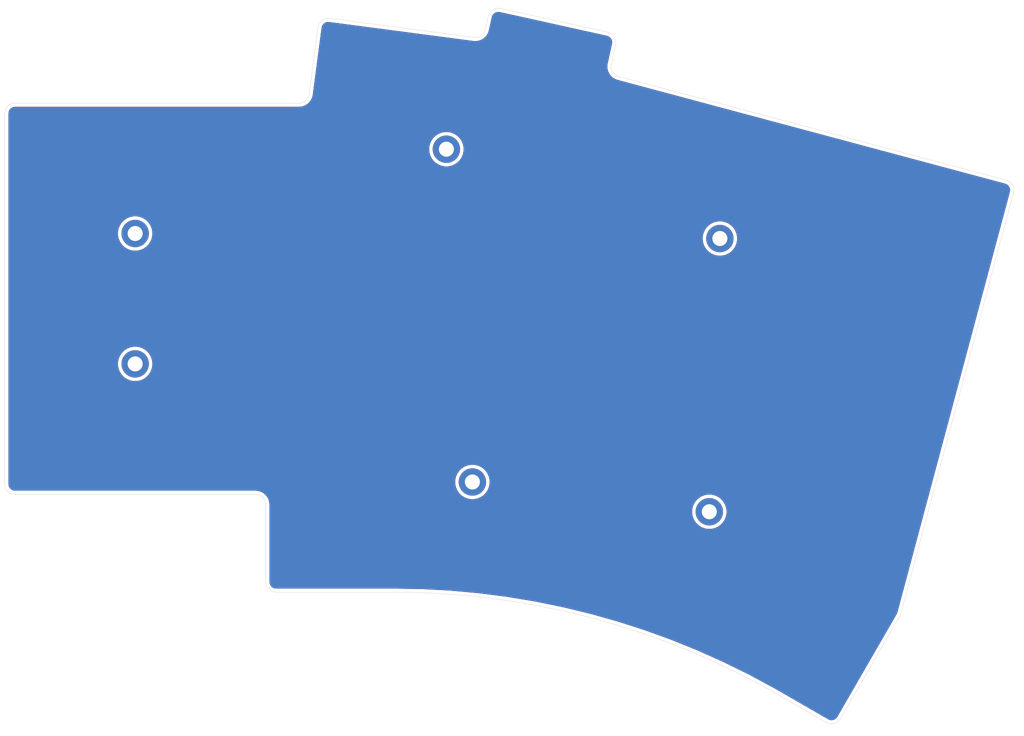
<source format=kicad_pcb>
(kicad_pcb (version 20171130) (host pcbnew "(5.1.2)-1")

  (general
    (thickness 1.6)
    (drawings 28)
    (tracks 0)
    (zones 0)
    (modules 6)
    (nets 1)
  )

  (page A4)
  (layers
    (0 F.Cu signal)
    (31 B.Cu signal)
    (32 B.Adhes user)
    (33 F.Adhes user)
    (34 B.Paste user)
    (35 F.Paste user)
    (36 B.SilkS user)
    (37 F.SilkS user)
    (38 B.Mask user)
    (39 F.Mask user)
    (40 Dwgs.User user)
    (41 Cmts.User user)
    (42 Eco1.User user)
    (43 Eco2.User user)
    (44 Edge.Cuts user)
    (45 Margin user)
    (46 B.CrtYd user)
    (47 F.CrtYd user)
    (48 B.Fab user)
    (49 F.Fab user)
  )

  (setup
    (last_trace_width 0.25)
    (trace_clearance 0.2)
    (zone_clearance 0.508)
    (zone_45_only no)
    (trace_min 0.2)
    (via_size 0.8)
    (via_drill 0.4)
    (via_min_size 0.4)
    (via_min_drill 0.3)
    (uvia_size 0.3)
    (uvia_drill 0.1)
    (uvias_allowed no)
    (uvia_min_size 0.2)
    (uvia_min_drill 0.1)
    (edge_width 0.05)
    (segment_width 0.2)
    (pcb_text_width 0.3)
    (pcb_text_size 1.5 1.5)
    (mod_edge_width 0.12)
    (mod_text_size 1 1)
    (mod_text_width 0.15)
    (pad_size 1.524 1.524)
    (pad_drill 0.762)
    (pad_to_mask_clearance 0.051)
    (solder_mask_min_width 0.25)
    (aux_axis_origin 0 0)
    (grid_origin 87.007045 68.050545)
    (visible_elements 7FFFFF7F)
    (pcbplotparams
      (layerselection 0x010f0_ffffffff)
      (usegerberextensions false)
      (usegerberattributes false)
      (usegerberadvancedattributes false)
      (creategerberjobfile false)
      (excludeedgelayer true)
      (linewidth 0.100000)
      (plotframeref false)
      (viasonmask false)
      (mode 1)
      (useauxorigin false)
      (hpglpennumber 1)
      (hpglpenspeed 20)
      (hpglpendiameter 15.000000)
      (psnegative false)
      (psa4output false)
      (plotreference true)
      (plotvalue true)
      (plotinvisibletext false)
      (padsonsilk false)
      (subtractmaskfromsilk false)
      (outputformat 1)
      (mirror false)
      (drillshape 0)
      (scaleselection 1)
      (outputdirectory ""))
  )

  (net 0 "")

  (net_class Default "これはデフォルトのネット クラスです。"
    (clearance 0.2)
    (trace_width 0.25)
    (via_dia 0.8)
    (via_drill 0.4)
    (uvia_dia 0.3)
    (uvia_drill 0.1)
  )

  (net_class GND ""
    (clearance 0.2)
    (trace_width 0.5)
    (via_dia 0.8)
    (via_drill 0.4)
    (uvia_dia 0.3)
    (uvia_drill 0.1)
  )

  (net_class VCC ""
    (clearance 0.2)
    (trace_width 0.5)
    (via_dia 0.8)
    (via_drill 0.4)
    (uvia_dia 0.3)
    (uvia_drill 0.1)
  )

  (module adelie:m2_mounting_hole (layer F.Cu) (tedit 5D0343C3) (tstamp 5D02149F)
    (at 188.369645 126.245861)
    (fp_text reference REF** (at 0 -3.2) (layer F.SilkS) hide
      (effects (font (size 1 1) (thickness 0.15)))
    )
    (fp_text value m2_mounting_hole (at 0 3.2) (layer F.Fab) hide
      (effects (font (size 1 1) (thickness 0.15)))
    )
    (fp_text user %R (at 0.3 0) (layer F.Fab) hide
      (effects (font (size 1 1) (thickness 0.15)))
    )
    (pad 1 thru_hole circle (at 0 0) (size 4 4) (drill 2.2) (layers *.Cu *.Mask))
  )

  (module adelie:m2_mounting_hole (layer F.Cu) (tedit 5D0343C3) (tstamp 5D02149F)
    (at 153.781151 121.898017)
    (fp_text reference REF** (at 0 -3.2) (layer F.SilkS) hide
      (effects (font (size 1 1) (thickness 0.15)))
    )
    (fp_text value m2_mounting_hole (at 0 3.2) (layer F.Fab) hide
      (effects (font (size 1 1) (thickness 0.15)))
    )
    (fp_text user %R (at 0.3 0) (layer F.Fab) hide
      (effects (font (size 1 1) (thickness 0.15)))
    )
    (pad 1 thru_hole circle (at 0 0) (size 4 4) (drill 2.2) (layers *.Cu *.Mask))
  )

  (module adelie:m2_mounting_hole (layer F.Cu) (tedit 5D0343C3) (tstamp 5D02149F)
    (at 189.91374 86.32952)
    (fp_text reference REF** (at 0 -3.2) (layer F.SilkS) hide
      (effects (font (size 1 1) (thickness 0.15)))
    )
    (fp_text value m2_mounting_hole (at 0 3.2) (layer F.Fab) hide
      (effects (font (size 1 1) (thickness 0.15)))
    )
    (fp_text user %R (at 0.3 0) (layer F.Fab) hide
      (effects (font (size 1 1) (thickness 0.15)))
    )
    (pad 1 thru_hole circle (at 0 0) (size 4 4) (drill 2.2) (layers *.Cu *.Mask))
  )

  (module adelie:m2_mounting_hole (layer F.Cu) (tedit 5D0343C3) (tstamp 5D0213CE)
    (at 149.98314 73.27974)
    (fp_text reference REF** (at 0 -3.2) (layer F.SilkS) hide
      (effects (font (size 1 1) (thickness 0.15)))
    )
    (fp_text value m2_mounting_hole (at 0 3.2) (layer F.Fab) hide
      (effects (font (size 1 1) (thickness 0.15)))
    )
    (fp_text user %R (at 0.3 0) (layer F.Fab) hide
      (effects (font (size 1 1) (thickness 0.15)))
    )
    (pad 1 thru_hole circle (at 0 0) (size 4 4) (drill 2.2) (layers *.Cu *.Mask))
  )

  (module adelie:m2_mounting_hole (layer F.Cu) (tedit 5D0343C3) (tstamp 5D0213CD)
    (at 104.54434 85.59292)
    (fp_text reference e (at 0 -3.2) (layer F.SilkS) hide
      (effects (font (size 1 1) (thickness 0.15)))
    )
    (fp_text value m2_mounting_hole (at 0 3.2) (layer F.Fab) hide
      (effects (font (size 1 1) (thickness 0.15)))
    )
    (fp_text user %R (at 0.3 0) (layer F.Fab) hide
      (effects (font (size 1 1) (thickness 0.15)))
    )
    (pad 1 thru_hole circle (at 0 0) (size 4 4) (drill 2.2) (layers *.Cu *.Mask))
  )

  (module adelie:m2_mounting_hole (layer F.Cu) (tedit 5D0343C3) (tstamp 5D0213CE)
    (at 104.54434 104.64292)
    (fp_text reference REF** (at 0 -3.2) (layer F.SilkS) hide
      (effects (font (size 1 1) (thickness 0.15)))
    )
    (fp_text value m2_mounting_hole (at 0 3.2) (layer F.Fab) hide
      (effects (font (size 1 1) (thickness 0.15)))
    )
    (fp_text user %R (at 0.3 0) (layer F.Fab) hide
      (effects (font (size 1 1) (thickness 0.15)))
    )
    (pad 1 thru_hole circle (at 0 0) (size 4 4) (drill 2.2) (layers *.Cu *.Mask))
  )

  (gr_line (start 205.46604 157.03554) (end 198.61704 153.080736) (layer Edge.Cuts) (width 0.05) (tstamp 5CFF5BE6))
  (gr_line (start 123.61504 125.20054) (end 123.61504 136.50054) (layer Edge.Cuts) (width 0.05) (tstamp 5CFF596C))
  (gr_line (start 87.00708 123.70054) (end 122.11504 123.70054) (layer Edge.Cuts) (width 0.05) (tstamp 5CFF5966))
  (gr_line (start 85.50704 68.050545) (end 85.50704 122.2005) (layer Edge.Cuts) (width 0.05) (tstamp 5CFF5960))
  (gr_line (start 128.458763 66.550582) (end 87.007045 66.55054) (layer Edge.Cuts) (width 0.05) (tstamp 5CFF5957))
  (gr_line (start 131.23504 55.457517) (end 129.94604 65.24554) (layer Edge.Cuts) (width 0.05) (tstamp 5CFF5950))
  (gr_line (start 154.005671 56.941862) (end 132.918167 54.16554) (layer Edge.Cuts) (width 0.05) (tstamp 5CFF594B))
  (gr_line (start 156.09204 53.857169) (end 155.66604 55.779211) (layer Edge.Cuts) (width 0.05) (tstamp 5CFF5945))
  (gr_line (start 173.549943 56.19054) (end 157.881178 52.71754) (layer Edge.Cuts) (width 0.05) (tstamp 5CFF593E))
  (gr_line (start 174.04904 60.872406) (end 174.69004 57.979338) (layer Edge.Cuts) (width 0.05) (tstamp 5CFF5938))
  (gr_line (start 231.710481 77.80054) (end 175.125189 62.64554) (layer Edge.Cuts) (width 0.05) (tstamp 5CFF5933))
  (gr_line (start 216.341305 141.096655) (end 232.771305 79.637491) (layer Edge.Cuts) (width 0.05) (tstamp 5CFF592D))
  (gr_line (start 207.516122 156.487395) (end 216.191014 141.459121) (layer Edge.Cuts) (width 0.05) (tstamp 5CFF5927))
  (gr_arc (start 214.892015 140.708122) (end 216.191014 141.459121) (angle -15.02653157) (layer Edge.Cuts) (width 0.05))
  (gr_arc (start 206.217039 155.736541) (end 205.46604 157.03554) (angle -90.00640669) (layer Edge.Cuts) (width 0.05))
  (gr_arc (start 122.11504 125.20054) (end 123.61504 125.20054) (angle -90) (layer Edge.Cuts) (width 0.05))
  (gr_arc (start 125.11508 136.50054) (end 123.61504 136.50054) (angle -90) (layer Edge.Cuts) (width 0.05) (tstamp 5CFF53D6))
  (gr_arc (start 87.00708 122.2005) (end 85.50704 122.2005) (angle -90) (layer Edge.Cuts) (width 0.05))
  (gr_arc (start 87.007045 68.050545) (end 87.007045 66.55054) (angle -90) (layer Edge.Cuts) (width 0.05))
  (gr_arc (start 128.458763 65.050582) (end 128.458763 66.550582) (angle -82.53203615) (layer Edge.Cuts) (width 0.05))
  (gr_arc (start 132.722168 55.652539) (end 132.918167 54.16554) (angle -90.03766044) (layer Edge.Cuts) (width 0.05))
  (gr_arc (start 154.20167 55.454863) (end 154.005671 56.941862) (angle -85.01976803) (layer Edge.Cuts) (width 0.05))
  (gr_arc (start 157.556179 54.181539) (end 157.881178 52.71754) (angle -90.02462629) (layer Edge.Cuts) (width 0.05))
  (gr_arc (start 175.514039 61.196405) (end 174.04904 60.872406) (angle -87.45028693) (layer Edge.Cuts) (width 0.05))
  (gr_arc (start 173.225041 57.655339) (end 174.69004 57.979338) (angle -89.96469345) (layer Edge.Cuts) (width 0.05))
  (gr_arc (start 231.322306 79.249492) (end 232.771305 79.637491) (angle -89.99303096) (layer Edge.Cuts) (width 0.05))
  (gr_line (start 142.353041 138.00054) (end 125.118588 138.0001) (layer Edge.Cuts) (width 0.05) (tstamp 5CFF3D56))
  (gr_arc (start 142.353041 250.500735) (end 198.61704 153.080736) (angle -30.00817587) (layer Edge.Cuts) (width 0.05))

  (zone (net 0) (net_name "") (layer F.Cu) (tstamp 0) (hatch edge 0.508)
    (connect_pads (clearance 0.508))
    (min_thickness 0.254)
    (fill yes (arc_segments 32) (thermal_gap 0.508) (thermal_bridge_width 0.508))
    (polygon
      (pts
        (xy 207.230045 158.993545) (xy 217.450045 141.838545) (xy 234.335045 77.236545) (xy 175.413045 61.620545) (xy 175.352045 55.424545)
        (xy 156.823045 51.479545) (xy 154.656045 55.752545) (xy 130.877045 53.135545) (xy 127.955045 64.761545) (xy 84.918045 65.969545)
        (xy 84.811045 124.127545) (xy 121.967045 125.038545) (xy 122.718045 138.891545) (xy 148.761045 139.801545) (xy 174.715045 144.940545)
        (xy 192.264045 151.774545)
      )
    )
    (filled_polygon
      (pts
        (xy 157.761655 53.367065) (xy 173.37555 56.827903) (xy 173.56165 56.888752) (xy 173.704132 56.968729) (xy 173.828373 57.074864)
        (xy 173.929631 57.203108) (xy 174.004052 57.348578) (xy 174.048798 57.505725) (xy 174.06217 57.66858) (xy 174.040197 57.861251)
        (xy 173.397655 60.761288) (xy 173.394528 60.787245) (xy 173.362649 61.015652) (xy 173.360453 61.069265) (xy 173.356504 61.122775)
        (xy 173.35679 61.131985) (xy 173.367926 61.424601) (xy 173.376024 61.483869) (xy 173.383292 61.543245) (xy 173.385362 61.552225)
        (xy 173.453122 61.837104) (xy 173.472581 61.893684) (xy 173.49124 61.950504) (xy 173.495015 61.958911) (xy 173.616818 62.225203)
        (xy 173.646872 62.276882) (xy 173.676237 62.329041) (xy 173.681573 62.336554) (xy 173.85278 62.574116) (xy 173.892314 62.618991)
        (xy 173.931233 62.664432) (xy 173.937927 62.670766) (xy 174.152015 62.87055) (xy 174.199511 62.90689) (xy 174.24652 62.94391)
        (xy 174.254317 62.948823) (xy 174.503132 63.103218) (xy 174.55677 63.129635) (xy 174.610084 63.156824) (xy 174.618686 63.160129)
        (xy 174.83193 63.24037) (xy 174.831935 63.240373) (xy 174.858222 63.250263) (xy 174.892751 63.263256) (xy 174.892766 63.26326)
        (xy 174.923127 63.274683) (xy 231.508525 78.429711) (xy 231.691759 78.498575) (xy 231.830578 78.584638) (xy 231.950036 78.696024)
        (xy 232.045584 78.828492) (xy 232.113581 78.976993) (xy 232.15144 79.135878) (xy 232.157718 79.299086) (xy 232.12739 79.490623)
        (xy 215.712096 140.894781) (xy 215.635718 141.097904) (xy 215.614019 141.138508) (xy 206.960753 156.129319) (xy 206.846771 156.288366)
        (xy 206.7276 156.400168) (xy 206.588973 156.4867) (xy 206.436188 156.544654) (xy 206.275047 156.57183) (xy 206.111699 156.567189)
        (xy 205.952367 156.53091) (xy 205.775192 156.451925) (xy 198.918998 152.492968) (xy 198.917431 152.492258) (xy 197.906853 151.915738)
        (xy 197.904675 151.914548) (xy 197.893214 151.908169) (xy 194.26461 149.950281) (xy 194.26155 149.948702) (xy 194.258511 149.947031)
        (xy 194.243116 149.939187) (xy 190.545205 148.115579) (xy 190.542078 148.114108) (xy 190.538991 148.112555) (xy 190.523318 148.10528)
        (xy 186.761067 146.418402) (xy 186.757905 146.417053) (xy 186.754746 146.415607) (xy 186.73891 146.408951) (xy 186.738817 146.408911)
        (xy 186.738789 146.4089) (xy 182.917279 144.86103) (xy 182.914085 144.859804) (xy 182.91086 144.858468) (xy 182.894697 144.852361)
        (xy 179.019006 143.445554) (xy 179.015748 143.444439) (xy 179.012498 143.44323) (xy 178.996122 143.437719) (xy 175.071482 142.173876)
        (xy 175.068177 142.172878) (xy 175.064893 142.171792) (xy 175.0485 142.166936) (xy 175.048326 142.166884) (xy 175.048275 142.166871)
        (xy 171.08001 141.047704) (xy 171.076696 141.046835) (xy 171.073349 141.045862) (xy 171.056743 141.041599) (xy 171.056612 141.041565)
        (xy 171.056573 141.041556) (xy 167.049952 140.06855) (xy 167.04655 140.067789) (xy 167.043227 140.066955) (xy 167.026527 140.063314)
        (xy 167.026345 140.063273) (xy 167.026292 140.063263) (xy 162.98672 139.237731) (xy 162.983346 139.237106) (xy 162.979942 139.236382)
        (xy 162.963085 139.23335) (xy 162.962936 139.233322) (xy 162.962892 139.233315) (xy 158.895773 138.556362) (xy 158.892357 138.555858)
        (xy 158.88895 138.555263) (xy 158.871844 138.552828) (xy 154.782606 138.025357) (xy 154.779162 138.024977) (xy 154.775747 138.024509)
        (xy 154.758751 138.022723) (xy 154.758563 138.022702) (xy 154.758509 138.022698) (xy 150.652743 137.645431) (xy 150.649323 137.64518)
        (xy 150.645858 137.644834) (xy 150.628619 137.643659) (xy 146.511732 137.417093) (xy 146.508293 137.416967) (xy 146.504829 137.416749)
        (xy 146.487559 137.416207) (xy 142.391497 137.341134) (xy 142.385476 137.340541) (xy 125.142478 137.340101) (xy 124.952531 137.321477)
        (xy 124.796171 137.274269) (xy 124.65196 137.19759) (xy 124.525388 137.094361) (xy 124.421277 136.968512) (xy 124.343596 136.824844)
        (xy 124.295299 136.668821) (xy 124.27504 136.476067) (xy 124.27504 125.986336) (xy 185.734645 125.986336) (xy 185.734645 126.505386)
        (xy 185.835906 127.014462) (xy 186.034538 127.494002) (xy 186.322907 127.925576) (xy 186.68993 128.292599) (xy 187.121504 128.580968)
        (xy 187.601044 128.7796) (xy 188.11012 128.880861) (xy 188.62917 128.880861) (xy 189.138246 128.7796) (xy 189.617786 128.580968)
        (xy 190.04936 128.292599) (xy 190.416383 127.925576) (xy 190.704752 127.494002) (xy 190.903384 127.014462) (xy 191.004645 126.505386)
        (xy 191.004645 125.986336) (xy 190.903384 125.47726) (xy 190.704752 124.99772) (xy 190.416383 124.566146) (xy 190.04936 124.199123)
        (xy 189.617786 123.910754) (xy 189.138246 123.712122) (xy 188.62917 123.610861) (xy 188.11012 123.610861) (xy 187.601044 123.712122)
        (xy 187.121504 123.910754) (xy 186.68993 124.199123) (xy 186.322907 124.566146) (xy 186.034538 124.99772) (xy 185.835906 125.47726)
        (xy 185.734645 125.986336) (xy 124.27504 125.986336) (xy 124.27504 125.168121) (xy 124.272222 125.139512) (xy 124.272287 125.130252)
        (xy 124.271388 125.121081) (xy 124.240788 124.829935) (xy 124.22875 124.771293) (xy 124.21755 124.712577) (xy 124.214887 124.703756)
        (xy 124.128319 124.4241) (xy 124.105141 124.368962) (xy 124.082729 124.31349) (xy 124.078402 124.305354) (xy 123.939163 124.047838)
        (xy 123.905741 123.998289) (xy 123.87296 123.948193) (xy 123.867135 123.941052) (xy 123.68053 123.715485) (xy 123.638094 123.673344)
        (xy 123.596231 123.630595) (xy 123.589131 123.624721) (xy 123.362267 123.439695) (xy 123.312448 123.406595) (xy 123.263085 123.372796)
        (xy 123.254979 123.368413) (xy 122.996498 123.230976) (xy 122.941204 123.208185) (xy 122.886211 123.184615) (xy 122.877408 123.18189)
        (xy 122.597154 123.097276) (xy 122.538469 123.085656) (xy 122.479961 123.07322) (xy 122.470798 123.072257) (xy 122.470796 123.072257)
        (xy 122.179444 123.04369) (xy 122.179442 123.04369) (xy 122.147459 123.04054) (xy 87.039359 123.04054) (xy 86.844531 123.021437)
        (xy 86.688171 122.974229) (xy 86.54396 122.89755) (xy 86.417388 122.794321) (xy 86.313277 122.668472) (xy 86.235596 122.524804)
        (xy 86.187299 122.368781) (xy 86.16704 122.176027) (xy 86.16704 121.638492) (xy 151.146151 121.638492) (xy 151.146151 122.157542)
        (xy 151.247412 122.666618) (xy 151.446044 123.146158) (xy 151.734413 123.577732) (xy 152.101436 123.944755) (xy 152.53301 124.233124)
        (xy 153.01255 124.431756) (xy 153.521626 124.533017) (xy 154.040676 124.533017) (xy 154.549752 124.431756) (xy 155.029292 124.233124)
        (xy 155.460866 123.944755) (xy 155.827889 123.577732) (xy 156.116258 123.146158) (xy 156.31489 122.666618) (xy 156.416151 122.157542)
        (xy 156.416151 121.638492) (xy 156.31489 121.129416) (xy 156.116258 120.649876) (xy 155.827889 120.218302) (xy 155.460866 119.851279)
        (xy 155.029292 119.56291) (xy 154.549752 119.364278) (xy 154.040676 119.263017) (xy 153.521626 119.263017) (xy 153.01255 119.364278)
        (xy 152.53301 119.56291) (xy 152.101436 119.851279) (xy 151.734413 120.218302) (xy 151.446044 120.649876) (xy 151.247412 121.129416)
        (xy 151.146151 121.638492) (xy 86.16704 121.638492) (xy 86.16704 104.383395) (xy 101.90934 104.383395) (xy 101.90934 104.902445)
        (xy 102.010601 105.411521) (xy 102.209233 105.891061) (xy 102.497602 106.322635) (xy 102.864625 106.689658) (xy 103.296199 106.978027)
        (xy 103.775739 107.176659) (xy 104.284815 107.27792) (xy 104.803865 107.27792) (xy 105.312941 107.176659) (xy 105.792481 106.978027)
        (xy 106.224055 106.689658) (xy 106.591078 106.322635) (xy 106.879447 105.891061) (xy 107.078079 105.411521) (xy 107.17934 104.902445)
        (xy 107.17934 104.383395) (xy 107.078079 103.874319) (xy 106.879447 103.394779) (xy 106.591078 102.963205) (xy 106.224055 102.596182)
        (xy 105.792481 102.307813) (xy 105.312941 102.109181) (xy 104.803865 102.00792) (xy 104.284815 102.00792) (xy 103.775739 102.109181)
        (xy 103.296199 102.307813) (xy 102.864625 102.596182) (xy 102.497602 102.963205) (xy 102.209233 103.394779) (xy 102.010601 103.874319)
        (xy 101.90934 104.383395) (xy 86.16704 104.383395) (xy 86.16704 85.333395) (xy 101.90934 85.333395) (xy 101.90934 85.852445)
        (xy 102.010601 86.361521) (xy 102.209233 86.841061) (xy 102.497602 87.272635) (xy 102.864625 87.639658) (xy 103.296199 87.928027)
        (xy 103.775739 88.126659) (xy 104.284815 88.22792) (xy 104.803865 88.22792) (xy 105.312941 88.126659) (xy 105.792481 87.928027)
        (xy 106.224055 87.639658) (xy 106.591078 87.272635) (xy 106.879447 86.841061) (xy 107.078079 86.361521) (xy 107.136066 86.069995)
        (xy 187.27874 86.069995) (xy 187.27874 86.589045) (xy 187.380001 87.098121) (xy 187.578633 87.577661) (xy 187.867002 88.009235)
        (xy 188.234025 88.376258) (xy 188.665599 88.664627) (xy 189.145139 88.863259) (xy 189.654215 88.96452) (xy 190.173265 88.96452)
        (xy 190.682341 88.863259) (xy 191.161881 88.664627) (xy 191.593455 88.376258) (xy 191.960478 88.009235) (xy 192.248847 87.577661)
        (xy 192.447479 87.098121) (xy 192.54874 86.589045) (xy 192.54874 86.069995) (xy 192.447479 85.560919) (xy 192.248847 85.081379)
        (xy 191.960478 84.649805) (xy 191.593455 84.282782) (xy 191.161881 83.994413) (xy 190.682341 83.795781) (xy 190.173265 83.69452)
        (xy 189.654215 83.69452) (xy 189.145139 83.795781) (xy 188.665599 83.994413) (xy 188.234025 84.282782) (xy 187.867002 84.649805)
        (xy 187.578633 85.081379) (xy 187.380001 85.560919) (xy 187.27874 86.069995) (xy 107.136066 86.069995) (xy 107.17934 85.852445)
        (xy 107.17934 85.333395) (xy 107.078079 84.824319) (xy 106.879447 84.344779) (xy 106.591078 83.913205) (xy 106.224055 83.546182)
        (xy 105.792481 83.257813) (xy 105.312941 83.059181) (xy 104.803865 82.95792) (xy 104.284815 82.95792) (xy 103.775739 83.059181)
        (xy 103.296199 83.257813) (xy 102.864625 83.546182) (xy 102.497602 83.913205) (xy 102.209233 84.344779) (xy 102.010601 84.824319)
        (xy 101.90934 85.333395) (xy 86.16704 85.333395) (xy 86.16704 73.020215) (xy 147.34814 73.020215) (xy 147.34814 73.539265)
        (xy 147.449401 74.048341) (xy 147.648033 74.527881) (xy 147.936402 74.959455) (xy 148.303425 75.326478) (xy 148.734999 75.614847)
        (xy 149.214539 75.813479) (xy 149.723615 75.91474) (xy 150.242665 75.91474) (xy 150.751741 75.813479) (xy 151.231281 75.614847)
        (xy 151.662855 75.326478) (xy 152.029878 74.959455) (xy 152.318247 74.527881) (xy 152.516879 74.048341) (xy 152.61814 73.539265)
        (xy 152.61814 73.020215) (xy 152.516879 72.511139) (xy 152.318247 72.031599) (xy 152.029878 71.600025) (xy 151.662855 71.233002)
        (xy 151.231281 70.944633) (xy 150.751741 70.746001) (xy 150.242665 70.64474) (xy 149.723615 70.64474) (xy 149.214539 70.746001)
        (xy 148.734999 70.944633) (xy 148.303425 71.233002) (xy 147.936402 71.600025) (xy 147.648033 72.031599) (xy 147.449401 72.511139)
        (xy 147.34814 73.020215) (xy 86.16704 73.020215) (xy 86.16704 68.082822) (xy 86.186142 67.888004) (xy 86.233348 67.731648)
        (xy 86.310023 67.587446) (xy 86.413246 67.46088) (xy 86.539091 67.356772) (xy 86.682757 67.279093) (xy 86.838771 67.230798)
        (xy 87.031527 67.210539) (xy 128.491181 67.210582) (xy 128.503039 67.209414) (xy 128.590639 67.206254) (xy 128.62983 67.200979)
        (xy 128.669319 67.19868) (xy 128.678412 67.197185) (xy 128.966947 67.147699) (xy 129.02463 67.131884) (xy 129.082542 67.116873)
        (xy 129.091172 67.113641) (xy 129.364601 67.009054) (xy 129.418136 66.982325) (xy 129.472008 66.956361) (xy 129.479846 66.951514)
        (xy 129.727753 66.795809) (xy 129.77506 66.759204) (xy 129.82288 66.723258) (xy 129.829626 66.716981) (xy 130.042569 66.516089)
        (xy 130.081874 66.470981) (xy 130.12179 66.426445) (xy 130.127189 66.418977) (xy 130.297056 66.180551) (xy 130.326848 66.128674)
        (xy 130.357358 66.077224) (xy 130.361204 66.068849) (xy 130.481525 65.80197) (xy 130.500672 65.745299) (xy 130.520608 65.688901)
        (xy 130.522754 65.679939) (xy 130.588947 65.394771) (xy 130.588947 65.394769) (xy 130.596157 65.363853) (xy 131.8852 55.57551)
        (xy 131.929504 55.384687) (xy 131.996629 55.235822) (xy 132.091389 55.102831) (xy 132.210172 54.990784) (xy 132.348458 54.903939)
        (xy 132.500978 54.845609) (xy 132.661926 54.818014) (xy 132.855513 54.822986) (xy 153.951662 57.600446) (xy 153.970677 57.601069)
        (xy 154.130075 57.612771) (xy 154.176746 57.61163) (xy 154.223415 57.613006) (xy 154.232604 57.612313) (xy 154.524337 57.588272)
        (xy 154.583148 57.577572) (xy 154.642188 57.567681) (xy 154.651067 57.565216) (xy 154.932575 57.484968) (xy 154.988205 57.463042)
        (xy 155.044181 57.441879) (xy 155.052413 57.437736) (xy 155.312971 57.304338) (xy 155.363311 57.272007) (xy 155.414081 57.240392)
        (xy 155.421351 57.23473) (xy 155.651037 57.053262) (xy 155.694124 57.011782) (xy 155.7378 56.970896) (xy 155.743832 56.96393)
        (xy 155.933897 56.741307) (xy 155.968111 56.692243) (xy 156.003012 56.643654) (xy 156.007576 56.635648) (xy 156.15078 56.380347)
        (xy 156.174825 56.325543) (xy 156.19961 56.27113) (xy 156.202532 56.26239) (xy 156.29342 55.984136) (xy 156.293422 55.984127)
        (xy 156.303387 55.953678) (xy 156.729423 54.031475) (xy 156.790201 53.845432) (xy 156.870074 53.703052) (xy 156.976078 53.578902)
        (xy 157.104179 53.477702) (xy 157.2495 53.403311) (xy 157.406494 53.358566) (xy 157.5692 53.345166)
      )
    )
  )
  (zone (net 0) (net_name "") (layer B.Cu) (tstamp 0) (hatch edge 0.508)
    (connect_pads (clearance 0.508))
    (min_thickness 0.254)
    (fill yes (arc_segments 32) (thermal_gap 0.508) (thermal_bridge_width 0.508))
    (polygon
      (pts
        (xy 207.230045 158.992545) (xy 217.452045 141.826545) (xy 234.334045 77.235545) (xy 175.408045 61.616545) (xy 175.352045 55.425545)
        (xy 156.822045 51.479545) (xy 154.658045 55.757545) (xy 130.876045 53.137545) (xy 127.958045 64.757545) (xy 84.918045 65.969545)
        (xy 84.810045 124.127545) (xy 121.975045 125.032545) (xy 122.717045 138.888545) (xy 148.734045 139.782545) (xy 174.702045 144.924545)
        (xy 192.237045 151.766545)
      )
    )
    (filled_polygon
      (pts
        (xy 157.761655 53.367065) (xy 173.37555 56.827903) (xy 173.56165 56.888752) (xy 173.704132 56.968729) (xy 173.828373 57.074864)
        (xy 173.929631 57.203108) (xy 174.004052 57.348578) (xy 174.048798 57.505725) (xy 174.06217 57.66858) (xy 174.040197 57.861251)
        (xy 173.397655 60.761288) (xy 173.394528 60.787245) (xy 173.362649 61.015652) (xy 173.360453 61.069265) (xy 173.356504 61.122775)
        (xy 173.35679 61.131985) (xy 173.367926 61.424601) (xy 173.376024 61.483869) (xy 173.383292 61.543245) (xy 173.385362 61.552225)
        (xy 173.453122 61.837104) (xy 173.472581 61.893684) (xy 173.49124 61.950504) (xy 173.495015 61.958911) (xy 173.616818 62.225203)
        (xy 173.646872 62.276882) (xy 173.676237 62.329041) (xy 173.681573 62.336554) (xy 173.85278 62.574116) (xy 173.892314 62.618991)
        (xy 173.931233 62.664432) (xy 173.937927 62.670766) (xy 174.152015 62.87055) (xy 174.199511 62.90689) (xy 174.24652 62.94391)
        (xy 174.254317 62.948823) (xy 174.503132 63.103218) (xy 174.55677 63.129635) (xy 174.610084 63.156824) (xy 174.618686 63.160129)
        (xy 174.83193 63.24037) (xy 174.831935 63.240373) (xy 174.858222 63.250263) (xy 174.892751 63.263256) (xy 174.892766 63.26326)
        (xy 174.923127 63.274683) (xy 231.508525 78.429711) (xy 231.691759 78.498575) (xy 231.830578 78.584638) (xy 231.950036 78.696024)
        (xy 232.045584 78.828492) (xy 232.113581 78.976993) (xy 232.15144 79.135878) (xy 232.157718 79.299086) (xy 232.12739 79.490623)
        (xy 215.712096 140.894781) (xy 215.635718 141.097904) (xy 215.614019 141.138508) (xy 206.960753 156.129319) (xy 206.846771 156.288366)
        (xy 206.7276 156.400168) (xy 206.588973 156.4867) (xy 206.436188 156.544654) (xy 206.275047 156.57183) (xy 206.111699 156.567189)
        (xy 205.952367 156.53091) (xy 205.775192 156.451925) (xy 198.918998 152.492968) (xy 198.917431 152.492258) (xy 197.906853 151.915738)
        (xy 197.904675 151.914548) (xy 197.893214 151.908169) (xy 194.26461 149.950281) (xy 194.26155 149.948702) (xy 194.258511 149.947031)
        (xy 194.243116 149.939187) (xy 190.545205 148.115579) (xy 190.542078 148.114108) (xy 190.538991 148.112555) (xy 190.523318 148.10528)
        (xy 186.761067 146.418402) (xy 186.757905 146.417053) (xy 186.754746 146.415607) (xy 186.73891 146.408951) (xy 186.738817 146.408911)
        (xy 186.738789 146.4089) (xy 182.917279 144.86103) (xy 182.914085 144.859804) (xy 182.91086 144.858468) (xy 182.894697 144.852361)
        (xy 179.019006 143.445554) (xy 179.015748 143.444439) (xy 179.012498 143.44323) (xy 178.996122 143.437719) (xy 175.071482 142.173876)
        (xy 175.068177 142.172878) (xy 175.064893 142.171792) (xy 175.0485 142.166936) (xy 175.048326 142.166884) (xy 175.048275 142.166871)
        (xy 171.08001 141.047704) (xy 171.076696 141.046835) (xy 171.073349 141.045862) (xy 171.056743 141.041599) (xy 171.056612 141.041565)
        (xy 171.056573 141.041556) (xy 167.049952 140.06855) (xy 167.04655 140.067789) (xy 167.043227 140.066955) (xy 167.026527 140.063314)
        (xy 167.026345 140.063273) (xy 167.026292 140.063263) (xy 162.98672 139.237731) (xy 162.983346 139.237106) (xy 162.979942 139.236382)
        (xy 162.963085 139.23335) (xy 162.962936 139.233322) (xy 162.962892 139.233315) (xy 158.895773 138.556362) (xy 158.892357 138.555858)
        (xy 158.88895 138.555263) (xy 158.871844 138.552828) (xy 154.782606 138.025357) (xy 154.779162 138.024977) (xy 154.775747 138.024509)
        (xy 154.758751 138.022723) (xy 154.758563 138.022702) (xy 154.758509 138.022698) (xy 150.652743 137.645431) (xy 150.649323 137.64518)
        (xy 150.645858 137.644834) (xy 150.628619 137.643659) (xy 146.511732 137.417093) (xy 146.508293 137.416967) (xy 146.504829 137.416749)
        (xy 146.487559 137.416207) (xy 142.391497 137.341134) (xy 142.385476 137.340541) (xy 125.142478 137.340101) (xy 124.952531 137.321477)
        (xy 124.796171 137.274269) (xy 124.65196 137.19759) (xy 124.525388 137.094361) (xy 124.421277 136.968512) (xy 124.343596 136.824844)
        (xy 124.295299 136.668821) (xy 124.27504 136.476067) (xy 124.27504 125.986336) (xy 185.734645 125.986336) (xy 185.734645 126.505386)
        (xy 185.835906 127.014462) (xy 186.034538 127.494002) (xy 186.322907 127.925576) (xy 186.68993 128.292599) (xy 187.121504 128.580968)
        (xy 187.601044 128.7796) (xy 188.11012 128.880861) (xy 188.62917 128.880861) (xy 189.138246 128.7796) (xy 189.617786 128.580968)
        (xy 190.04936 128.292599) (xy 190.416383 127.925576) (xy 190.704752 127.494002) (xy 190.903384 127.014462) (xy 191.004645 126.505386)
        (xy 191.004645 125.986336) (xy 190.903384 125.47726) (xy 190.704752 124.99772) (xy 190.416383 124.566146) (xy 190.04936 124.199123)
        (xy 189.617786 123.910754) (xy 189.138246 123.712122) (xy 188.62917 123.610861) (xy 188.11012 123.610861) (xy 187.601044 123.712122)
        (xy 187.121504 123.910754) (xy 186.68993 124.199123) (xy 186.322907 124.566146) (xy 186.034538 124.99772) (xy 185.835906 125.47726)
        (xy 185.734645 125.986336) (xy 124.27504 125.986336) (xy 124.27504 125.168121) (xy 124.272222 125.139512) (xy 124.272287 125.130252)
        (xy 124.271388 125.121081) (xy 124.240788 124.829935) (xy 124.22875 124.771293) (xy 124.21755 124.712577) (xy 124.214887 124.703756)
        (xy 124.128319 124.4241) (xy 124.105141 124.368962) (xy 124.082729 124.31349) (xy 124.078402 124.305354) (xy 123.939163 124.047838)
        (xy 123.905741 123.998289) (xy 123.87296 123.948193) (xy 123.867135 123.941052) (xy 123.68053 123.715485) (xy 123.638094 123.673344)
        (xy 123.596231 123.630595) (xy 123.589131 123.624721) (xy 123.362267 123.439695) (xy 123.312448 123.406595) (xy 123.263085 123.372796)
        (xy 123.254979 123.368413) (xy 122.996498 123.230976) (xy 122.941204 123.208185) (xy 122.886211 123.184615) (xy 122.877408 123.18189)
        (xy 122.597154 123.097276) (xy 122.538469 123.085656) (xy 122.479961 123.07322) (xy 122.470798 123.072257) (xy 122.470796 123.072257)
        (xy 122.179444 123.04369) (xy 122.179442 123.04369) (xy 122.147459 123.04054) (xy 87.039359 123.04054) (xy 86.844531 123.021437)
        (xy 86.688171 122.974229) (xy 86.54396 122.89755) (xy 86.417388 122.794321) (xy 86.313277 122.668472) (xy 86.235596 122.524804)
        (xy 86.187299 122.368781) (xy 86.16704 122.176027) (xy 86.16704 121.638492) (xy 151.146151 121.638492) (xy 151.146151 122.157542)
        (xy 151.247412 122.666618) (xy 151.446044 123.146158) (xy 151.734413 123.577732) (xy 152.101436 123.944755) (xy 152.53301 124.233124)
        (xy 153.01255 124.431756) (xy 153.521626 124.533017) (xy 154.040676 124.533017) (xy 154.549752 124.431756) (xy 155.029292 124.233124)
        (xy 155.460866 123.944755) (xy 155.827889 123.577732) (xy 156.116258 123.146158) (xy 156.31489 122.666618) (xy 156.416151 122.157542)
        (xy 156.416151 121.638492) (xy 156.31489 121.129416) (xy 156.116258 120.649876) (xy 155.827889 120.218302) (xy 155.460866 119.851279)
        (xy 155.029292 119.56291) (xy 154.549752 119.364278) (xy 154.040676 119.263017) (xy 153.521626 119.263017) (xy 153.01255 119.364278)
        (xy 152.53301 119.56291) (xy 152.101436 119.851279) (xy 151.734413 120.218302) (xy 151.446044 120.649876) (xy 151.247412 121.129416)
        (xy 151.146151 121.638492) (xy 86.16704 121.638492) (xy 86.16704 104.383395) (xy 101.90934 104.383395) (xy 101.90934 104.902445)
        (xy 102.010601 105.411521) (xy 102.209233 105.891061) (xy 102.497602 106.322635) (xy 102.864625 106.689658) (xy 103.296199 106.978027)
        (xy 103.775739 107.176659) (xy 104.284815 107.27792) (xy 104.803865 107.27792) (xy 105.312941 107.176659) (xy 105.792481 106.978027)
        (xy 106.224055 106.689658) (xy 106.591078 106.322635) (xy 106.879447 105.891061) (xy 107.078079 105.411521) (xy 107.17934 104.902445)
        (xy 107.17934 104.383395) (xy 107.078079 103.874319) (xy 106.879447 103.394779) (xy 106.591078 102.963205) (xy 106.224055 102.596182)
        (xy 105.792481 102.307813) (xy 105.312941 102.109181) (xy 104.803865 102.00792) (xy 104.284815 102.00792) (xy 103.775739 102.109181)
        (xy 103.296199 102.307813) (xy 102.864625 102.596182) (xy 102.497602 102.963205) (xy 102.209233 103.394779) (xy 102.010601 103.874319)
        (xy 101.90934 104.383395) (xy 86.16704 104.383395) (xy 86.16704 85.333395) (xy 101.90934 85.333395) (xy 101.90934 85.852445)
        (xy 102.010601 86.361521) (xy 102.209233 86.841061) (xy 102.497602 87.272635) (xy 102.864625 87.639658) (xy 103.296199 87.928027)
        (xy 103.775739 88.126659) (xy 104.284815 88.22792) (xy 104.803865 88.22792) (xy 105.312941 88.126659) (xy 105.792481 87.928027)
        (xy 106.224055 87.639658) (xy 106.591078 87.272635) (xy 106.879447 86.841061) (xy 107.078079 86.361521) (xy 107.136066 86.069995)
        (xy 187.27874 86.069995) (xy 187.27874 86.589045) (xy 187.380001 87.098121) (xy 187.578633 87.577661) (xy 187.867002 88.009235)
        (xy 188.234025 88.376258) (xy 188.665599 88.664627) (xy 189.145139 88.863259) (xy 189.654215 88.96452) (xy 190.173265 88.96452)
        (xy 190.682341 88.863259) (xy 191.161881 88.664627) (xy 191.593455 88.376258) (xy 191.960478 88.009235) (xy 192.248847 87.577661)
        (xy 192.447479 87.098121) (xy 192.54874 86.589045) (xy 192.54874 86.069995) (xy 192.447479 85.560919) (xy 192.248847 85.081379)
        (xy 191.960478 84.649805) (xy 191.593455 84.282782) (xy 191.161881 83.994413) (xy 190.682341 83.795781) (xy 190.173265 83.69452)
        (xy 189.654215 83.69452) (xy 189.145139 83.795781) (xy 188.665599 83.994413) (xy 188.234025 84.282782) (xy 187.867002 84.649805)
        (xy 187.578633 85.081379) (xy 187.380001 85.560919) (xy 187.27874 86.069995) (xy 107.136066 86.069995) (xy 107.17934 85.852445)
        (xy 107.17934 85.333395) (xy 107.078079 84.824319) (xy 106.879447 84.344779) (xy 106.591078 83.913205) (xy 106.224055 83.546182)
        (xy 105.792481 83.257813) (xy 105.312941 83.059181) (xy 104.803865 82.95792) (xy 104.284815 82.95792) (xy 103.775739 83.059181)
        (xy 103.296199 83.257813) (xy 102.864625 83.546182) (xy 102.497602 83.913205) (xy 102.209233 84.344779) (xy 102.010601 84.824319)
        (xy 101.90934 85.333395) (xy 86.16704 85.333395) (xy 86.16704 73.020215) (xy 147.34814 73.020215) (xy 147.34814 73.539265)
        (xy 147.449401 74.048341) (xy 147.648033 74.527881) (xy 147.936402 74.959455) (xy 148.303425 75.326478) (xy 148.734999 75.614847)
        (xy 149.214539 75.813479) (xy 149.723615 75.91474) (xy 150.242665 75.91474) (xy 150.751741 75.813479) (xy 151.231281 75.614847)
        (xy 151.662855 75.326478) (xy 152.029878 74.959455) (xy 152.318247 74.527881) (xy 152.516879 74.048341) (xy 152.61814 73.539265)
        (xy 152.61814 73.020215) (xy 152.516879 72.511139) (xy 152.318247 72.031599) (xy 152.029878 71.600025) (xy 151.662855 71.233002)
        (xy 151.231281 70.944633) (xy 150.751741 70.746001) (xy 150.242665 70.64474) (xy 149.723615 70.64474) (xy 149.214539 70.746001)
        (xy 148.734999 70.944633) (xy 148.303425 71.233002) (xy 147.936402 71.600025) (xy 147.648033 72.031599) (xy 147.449401 72.511139)
        (xy 147.34814 73.020215) (xy 86.16704 73.020215) (xy 86.16704 68.082822) (xy 86.186142 67.888004) (xy 86.233348 67.731648)
        (xy 86.310023 67.587446) (xy 86.413246 67.46088) (xy 86.539091 67.356772) (xy 86.682757 67.279093) (xy 86.838771 67.230798)
        (xy 87.031527 67.210539) (xy 128.491181 67.210582) (xy 128.503039 67.209414) (xy 128.590639 67.206254) (xy 128.62983 67.200979)
        (xy 128.669319 67.19868) (xy 128.678412 67.197185) (xy 128.966947 67.147699) (xy 129.02463 67.131884) (xy 129.082542 67.116873)
        (xy 129.091172 67.113641) (xy 129.364601 67.009054) (xy 129.418136 66.982325) (xy 129.472008 66.956361) (xy 129.479846 66.951514)
        (xy 129.727753 66.795809) (xy 129.77506 66.759204) (xy 129.82288 66.723258) (xy 129.829626 66.716981) (xy 130.042569 66.516089)
        (xy 130.081874 66.470981) (xy 130.12179 66.426445) (xy 130.127189 66.418977) (xy 130.297056 66.180551) (xy 130.326848 66.128674)
        (xy 130.357358 66.077224) (xy 130.361204 66.068849) (xy 130.481525 65.80197) (xy 130.500672 65.745299) (xy 130.520608 65.688901)
        (xy 130.522754 65.679939) (xy 130.588947 65.394771) (xy 130.588947 65.394769) (xy 130.596157 65.363853) (xy 131.8852 55.57551)
        (xy 131.929504 55.384687) (xy 131.996629 55.235822) (xy 132.091389 55.102831) (xy 132.210172 54.990784) (xy 132.348458 54.903939)
        (xy 132.500978 54.845609) (xy 132.661926 54.818014) (xy 132.855513 54.822986) (xy 153.951662 57.600446) (xy 153.970677 57.601069)
        (xy 154.130075 57.612771) (xy 154.176746 57.61163) (xy 154.223415 57.613006) (xy 154.232604 57.612313) (xy 154.524337 57.588272)
        (xy 154.583148 57.577572) (xy 154.642188 57.567681) (xy 154.651067 57.565216) (xy 154.932575 57.484968) (xy 154.988205 57.463042)
        (xy 155.044181 57.441879) (xy 155.052413 57.437736) (xy 155.312971 57.304338) (xy 155.363311 57.272007) (xy 155.414081 57.240392)
        (xy 155.421351 57.23473) (xy 155.651037 57.053262) (xy 155.694124 57.011782) (xy 155.7378 56.970896) (xy 155.743832 56.96393)
        (xy 155.933897 56.741307) (xy 155.968111 56.692243) (xy 156.003012 56.643654) (xy 156.007576 56.635648) (xy 156.15078 56.380347)
        (xy 156.174825 56.325543) (xy 156.19961 56.27113) (xy 156.202532 56.26239) (xy 156.29342 55.984136) (xy 156.293422 55.984127)
        (xy 156.303387 55.953678) (xy 156.729423 54.031475) (xy 156.790201 53.845432) (xy 156.870074 53.703052) (xy 156.976078 53.578902)
        (xy 157.104179 53.477702) (xy 157.2495 53.403311) (xy 157.406494 53.358566) (xy 157.5692 53.345166)
      )
    )
  )
)

</source>
